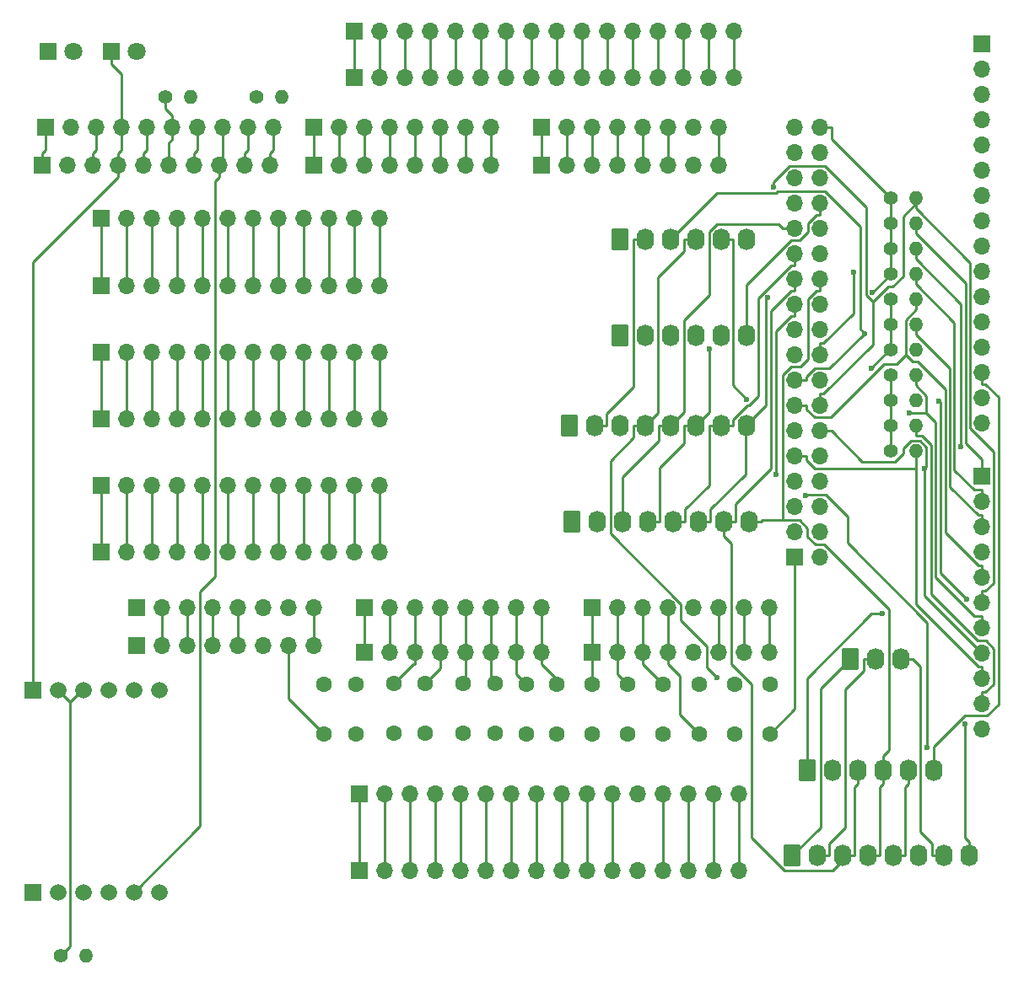
<source format=gbr>
%TF.GenerationSoftware,KiCad,Pcbnew,7.0.9*%
%TF.CreationDate,2023-12-17T07:56:42+10:00*%
%TF.ProjectId,Forward Console Input,466f7277-6172-4642-9043-6f6e736f6c65,rev?*%
%TF.SameCoordinates,Original*%
%TF.FileFunction,Copper,L2,Bot*%
%TF.FilePolarity,Positive*%
%FSLAX46Y46*%
G04 Gerber Fmt 4.6, Leading zero omitted, Abs format (unit mm)*
G04 Created by KiCad (PCBNEW 7.0.9) date 2023-12-17 07:56:42*
%MOMM*%
%LPD*%
G01*
G04 APERTURE LIST*
G04 Aperture macros list*
%AMRoundRect*
0 Rectangle with rounded corners*
0 $1 Rounding radius*
0 $2 $3 $4 $5 $6 $7 $8 $9 X,Y pos of 4 corners*
0 Add a 4 corners polygon primitive as box body*
4,1,4,$2,$3,$4,$5,$6,$7,$8,$9,$2,$3,0*
0 Add four circle primitives for the rounded corners*
1,1,$1+$1,$2,$3*
1,1,$1+$1,$4,$5*
1,1,$1+$1,$6,$7*
1,1,$1+$1,$8,$9*
0 Add four rect primitives between the rounded corners*
20,1,$1+$1,$2,$3,$4,$5,0*
20,1,$1+$1,$4,$5,$6,$7,0*
20,1,$1+$1,$6,$7,$8,$9,0*
20,1,$1+$1,$8,$9,$2,$3,0*%
G04 Aperture macros list end*
%TA.AperFunction,ComponentPad*%
%ADD10RoundRect,0.250000X-0.620000X-0.845000X0.620000X-0.845000X0.620000X0.845000X-0.620000X0.845000X0*%
%TD*%
%TA.AperFunction,ComponentPad*%
%ADD11O,1.740000X2.190000*%
%TD*%
%TA.AperFunction,ComponentPad*%
%ADD12R,1.700000X1.700000*%
%TD*%
%TA.AperFunction,ComponentPad*%
%ADD13O,1.700000X1.700000*%
%TD*%
%TA.AperFunction,ComponentPad*%
%ADD14C,1.400000*%
%TD*%
%TA.AperFunction,ComponentPad*%
%ADD15O,1.400000X1.400000*%
%TD*%
%TA.AperFunction,ComponentPad*%
%ADD16C,1.600000*%
%TD*%
%TA.AperFunction,ComponentPad*%
%ADD17R,1.800000X1.800000*%
%TD*%
%TA.AperFunction,ComponentPad*%
%ADD18C,1.800000*%
%TD*%
%TA.AperFunction,ComponentPad*%
%ADD19R,1.665000X1.665000*%
%TD*%
%TA.AperFunction,ComponentPad*%
%ADD20C,1.665000*%
%TD*%
%TA.AperFunction,ViaPad*%
%ADD21C,0.600000*%
%TD*%
%TA.AperFunction,Conductor*%
%ADD22C,0.250000*%
%TD*%
G04 APERTURE END LIST*
D10*
%TO.P,J7,1,Pin_1*%
%TO.N,/38*%
X193726000Y-122352000D03*
D11*
%TO.P,J7,2,Pin_2*%
%TO.N,/39*%
X196266000Y-122352000D03*
%TO.P,J7,3,Pin_3*%
%TO.N,/32*%
X198806000Y-122352000D03*
%TO.P,J7,4,Pin_4*%
%TO.N,/33*%
X201346000Y-122352000D03*
%TO.P,J7,5,Pin_5*%
%TO.N,/34*%
X203886000Y-122352000D03*
%TO.P,J7,6,Pin_6*%
%TO.N,/35*%
X206426000Y-122352000D03*
%TO.P,J7,7,Pin_7*%
%TO.N,/36*%
X208966000Y-122352000D03*
%TO.P,J7,8,Pin_8*%
%TO.N,/37*%
X211506000Y-122352000D03*
%TD*%
D12*
%TO.P,J29,1,Pin_1*%
%TO.N,GND*%
X193980000Y-92380000D03*
D13*
%TO.P,J29,2,Pin_2*%
X196520000Y-92380000D03*
%TO.P,J29,3,Pin_3*%
%TO.N,SCLK*%
X193980000Y-89840000D03*
%TO.P,J29,4,Pin_4*%
%TO.N,ES1_RST*%
X196520000Y-89840000D03*
%TO.P,J29,5,Pin_5*%
%TO.N,MISO*%
X193980000Y-87300000D03*
%TO.P,J29,6,Pin_6*%
%TO.N,MOSI*%
X196520000Y-87300000D03*
%TO.P,J29,7,Pin_7*%
%TO.N,/48*%
X193980000Y-84760000D03*
%TO.P,J29,8,Pin_8*%
%TO.N,/49*%
X196520000Y-84760000D03*
%TO.P,J29,9,Pin_9*%
%TO.N,/\u002A46*%
X193980000Y-82220000D03*
%TO.P,J29,10,Pin_10*%
%TO.N,/47*%
X196520000Y-82220000D03*
%TO.P,J29,11,Pin_11*%
%TO.N,/\u002A44*%
X193980000Y-79680000D03*
%TO.P,J29,12,Pin_12*%
%TO.N,/\u002A45*%
X196520000Y-79680000D03*
%TO.P,J29,13,Pin_13*%
%TO.N,/42*%
X193980000Y-77140000D03*
%TO.P,J29,14,Pin_14*%
%TO.N,/43*%
X196520000Y-77140000D03*
%TO.P,J29,15,Pin_15*%
%TO.N,/40*%
X193980000Y-74600000D03*
%TO.P,J29,16,Pin_16*%
%TO.N,/41*%
X196520000Y-74600000D03*
%TO.P,J29,17,Pin_17*%
%TO.N,/38*%
X193980000Y-72060000D03*
%TO.P,J29,18,Pin_18*%
%TO.N,/39*%
X196520000Y-72060000D03*
%TO.P,J29,19,Pin_19*%
%TO.N,/36*%
X193980000Y-69520000D03*
%TO.P,J29,20,Pin_20*%
%TO.N,/37*%
X196520000Y-69520000D03*
%TO.P,J29,21,Pin_21*%
%TO.N,/34*%
X193980000Y-66980000D03*
%TO.P,J29,22,Pin_22*%
%TO.N,/35*%
X196520000Y-66980000D03*
%TO.P,J29,23,Pin_23*%
%TO.N,/32*%
X193980000Y-64440000D03*
%TO.P,J29,24,Pin_24*%
%TO.N,/33*%
X196520000Y-64440000D03*
%TO.P,J29,25,Pin_25*%
%TO.N,/30*%
X193980000Y-61900000D03*
%TO.P,J29,26,Pin_26*%
%TO.N,/31*%
X196520000Y-61900000D03*
%TO.P,J29,27,Pin_27*%
%TO.N,/28*%
X193980000Y-59360000D03*
%TO.P,J29,28,Pin_28*%
%TO.N,/29*%
X196520000Y-59360000D03*
%TO.P,J29,29,Pin_29*%
%TO.N,/26*%
X193980000Y-56820000D03*
%TO.P,J29,30,Pin_30*%
%TO.N,/27*%
X196520000Y-56820000D03*
%TO.P,J29,31,Pin_31*%
%TO.N,/24*%
X193980000Y-54280000D03*
%TO.P,J29,32,Pin_32*%
%TO.N,/25*%
X196520000Y-54280000D03*
%TO.P,J29,33,Pin_33*%
%TO.N,/22*%
X193980000Y-51740000D03*
%TO.P,J29,34,Pin_34*%
%TO.N,/23*%
X196520000Y-51740000D03*
%TO.P,J29,35,Pin_35*%
%TO.N,+5V*%
X193980000Y-49200000D03*
%TO.P,J29,36,Pin_36*%
X196520000Y-49200000D03*
%TD*%
D12*
%TO.P,J26,1,Pin_1*%
%TO.N,unconnected-(J26-Pin_1-Pad1)*%
X127940000Y-97460000D03*
D13*
%TO.P,J26,2,Pin_2*%
%TO.N,/IOREF*%
X130480000Y-97460000D03*
%TO.P,J26,3,Pin_3*%
%TO.N,/~{RESET}*%
X133020000Y-97460000D03*
%TO.P,J26,4,Pin_4*%
%TO.N,+3V3*%
X135560000Y-97460000D03*
%TO.P,J26,5,Pin_5*%
%TO.N,+5V*%
X138100000Y-97460000D03*
%TO.P,J26,6,Pin_6*%
%TO.N,GND*%
X140640000Y-97460000D03*
%TO.P,J26,7,Pin_7*%
X143180000Y-97460000D03*
%TO.P,J26,8,Pin_8*%
%TO.N,VCC*%
X145720000Y-97460000D03*
%TD*%
D12*
%TO.P,J27,1,Pin_1*%
%TO.N,/A0*%
X150800000Y-97460000D03*
D13*
%TO.P,J27,2,Pin_2*%
%TO.N,/A1*%
X153340000Y-97460000D03*
%TO.P,J27,3,Pin_3*%
%TO.N,/A2*%
X155880000Y-97460000D03*
%TO.P,J27,4,Pin_4*%
%TO.N,/A3*%
X158420000Y-97460000D03*
%TO.P,J27,5,Pin_5*%
%TO.N,/A4*%
X160960000Y-97460000D03*
%TO.P,J27,6,Pin_6*%
%TO.N,/A5*%
X163500000Y-97460000D03*
%TO.P,J27,7,Pin_7*%
%TO.N,/A6*%
X166040000Y-97460000D03*
%TO.P,J27,8,Pin_8*%
%TO.N,/A7*%
X168580000Y-97460000D03*
%TD*%
D12*
%TO.P,J28,1,Pin_1*%
%TO.N,/A8*%
X173660000Y-97460000D03*
D13*
%TO.P,J28,2,Pin_2*%
%TO.N,/A9*%
X176200000Y-97460000D03*
%TO.P,J28,3,Pin_3*%
%TO.N,/A10*%
X178740000Y-97460000D03*
%TO.P,J28,4,Pin_4*%
%TO.N,/A11*%
X181280000Y-97460000D03*
%TO.P,J28,5,Pin_5*%
%TO.N,/A12*%
X183820000Y-97460000D03*
%TO.P,J28,6,Pin_6*%
%TO.N,/A13*%
X186360000Y-97460000D03*
%TO.P,J28,7,Pin_7*%
%TO.N,/A14*%
X188900000Y-97460000D03*
%TO.P,J28,8,Pin_8*%
%TO.N,/A15*%
X191440000Y-97460000D03*
%TD*%
D12*
%TO.P,J30,1,Pin_1*%
%TO.N,/SCL{slash}21*%
X118796000Y-49200000D03*
D13*
%TO.P,J30,2,Pin_2*%
%TO.N,/SDA{slash}20*%
X121336000Y-49200000D03*
%TO.P,J30,3,Pin_3*%
%TO.N,/AREF*%
X123876000Y-49200000D03*
%TO.P,J30,4,Pin_4*%
%TO.N,GND*%
X126416000Y-49200000D03*
%TO.P,J30,5,Pin_5*%
%TO.N,/\u002A13*%
X128956000Y-49200000D03*
%TO.P,J30,6,Pin_6*%
%TO.N,/\u002A12*%
X131496000Y-49200000D03*
%TO.P,J30,7,Pin_7*%
%TO.N,/\u002A11*%
X134036000Y-49200000D03*
%TO.P,J30,8,Pin_8*%
%TO.N,SS*%
X136576000Y-49200000D03*
%TO.P,J30,9,Pin_9*%
%TO.N,/\u002A9*%
X139116000Y-49200000D03*
%TO.P,J30,10,Pin_10*%
%TO.N,/\u002A8*%
X141656000Y-49200000D03*
%TD*%
D12*
%TO.P,J31,1,Pin_1*%
%TO.N,/\u002A7*%
X145720000Y-49200000D03*
D13*
%TO.P,J31,2,Pin_2*%
%TO.N,/\u002A6*%
X148260000Y-49200000D03*
%TO.P,J31,3,Pin_3*%
%TO.N,/\u002A5*%
X150800000Y-49200000D03*
%TO.P,J31,4,Pin_4*%
%TO.N,/\u002A4*%
X153340000Y-49200000D03*
%TO.P,J31,5,Pin_5*%
%TO.N,/\u002A3*%
X155880000Y-49200000D03*
%TO.P,J31,6,Pin_6*%
%TO.N,/\u002A2*%
X158420000Y-49200000D03*
%TO.P,J31,7,Pin_7*%
%TO.N,/TX0{slash}1*%
X160960000Y-49200000D03*
%TO.P,J31,8,Pin_8*%
%TO.N,/RX0{slash}0*%
X163500000Y-49200000D03*
%TD*%
D12*
%TO.P,J32,1,Pin_1*%
%TO.N,/TX3{slash}14*%
X168580000Y-49200000D03*
D13*
%TO.P,J32,2,Pin_2*%
%TO.N,/RX3{slash}15*%
X171120000Y-49200000D03*
%TO.P,J32,3,Pin_3*%
%TO.N,/TX2{slash}16*%
X173660000Y-49200000D03*
%TO.P,J32,4,Pin_4*%
%TO.N,/RX2{slash}17*%
X176200000Y-49200000D03*
%TO.P,J32,5,Pin_5*%
%TO.N,/TX1{slash}18*%
X178740000Y-49200000D03*
%TO.P,J32,6,Pin_6*%
%TO.N,/RX1{slash}19*%
X181280000Y-49200000D03*
%TO.P,J32,7,Pin_7*%
%TO.N,/SDA{slash}20*%
X183820000Y-49200000D03*
%TO.P,J32,8,Pin_8*%
%TO.N,/SCL{slash}21*%
X186360000Y-49200000D03*
%TD*%
D12*
%TO.P,J17,1,Pin_1*%
%TO.N,Net-(J17-Pin_1)*%
X124384000Y-85166400D03*
D13*
%TO.P,J17,2,Pin_2*%
%TO.N,Net-(J17-Pin_2)*%
X126924000Y-85166400D03*
%TO.P,J17,3,Pin_3*%
%TO.N,Net-(J17-Pin_3)*%
X129464000Y-85166400D03*
%TO.P,J17,4,Pin_4*%
%TO.N,Net-(J17-Pin_4)*%
X132004000Y-85166400D03*
%TO.P,J17,5,Pin_5*%
%TO.N,Net-(J17-Pin_5)*%
X134544000Y-85166400D03*
%TO.P,J17,6,Pin_6*%
%TO.N,Net-(J17-Pin_6)*%
X137084000Y-85166400D03*
%TO.P,J17,7,Pin_7*%
%TO.N,Net-(J17-Pin_7)*%
X139624000Y-85166400D03*
%TO.P,J17,8,Pin_8*%
%TO.N,Net-(J17-Pin_8)*%
X142164000Y-85166400D03*
%TO.P,J17,9,Pin_9*%
%TO.N,Net-(J17-Pin_9)*%
X144704000Y-85166400D03*
%TO.P,J17,10,Pin_10*%
%TO.N,Net-(J17-Pin_10)*%
X147244000Y-85166400D03*
%TO.P,J17,11,Pin_11*%
%TO.N,Net-(J17-Pin_11)*%
X149784000Y-85166400D03*
%TO.P,J17,12,Pin_12*%
%TO.N,Net-(J17-Pin_12)*%
X152324000Y-85166400D03*
%TD*%
D14*
%TO.P,R5,1*%
%TO.N,+5V*%
X203632000Y-69012000D03*
D15*
%TO.P,R5,2*%
%TO.N,/40*%
X206172000Y-69012000D03*
%TD*%
D14*
%TO.P,R2,1*%
%TO.N,/\u002A12*%
X130784000Y-46152000D03*
D15*
%TO.P,R2,2*%
%TO.N,Net-(D2-A)*%
X133324000Y-46152000D03*
%TD*%
D10*
%TO.P,J8,1,Pin_1*%
%TO.N,/38*%
X171374000Y-79172000D03*
D11*
%TO.P,J8,2,Pin_2*%
%TO.N,/39*%
X173914000Y-79172000D03*
%TO.P,J8,3,Pin_3*%
%TO.N,/40*%
X176454000Y-79172000D03*
%TO.P,J8,4,Pin_4*%
%TO.N,/41*%
X178994000Y-79172000D03*
%TO.P,J8,5,Pin_5*%
%TO.N,/28*%
X181534000Y-79172000D03*
%TO.P,J8,6,Pin_6*%
%TO.N,/29*%
X184074000Y-79172000D03*
%TO.P,J8,7,Pin_7*%
%TO.N,/30*%
X186614000Y-79172000D03*
%TO.P,J8,8,Pin_8*%
%TO.N,/31*%
X189154000Y-79172000D03*
%TD*%
D16*
%TO.P,C7,1*%
%TO.N,/A11*%
X184368000Y-110120000D03*
%TO.P,C7,2*%
%TO.N,GND*%
X184368000Y-105120000D03*
%TD*%
%TO.P,C14,1*%
%TO.N,/A0*%
X146736000Y-105120000D03*
%TO.P,C14,2*%
%TO.N,GND*%
X146736000Y-110120000D03*
%TD*%
D14*
%TO.P,R7,1*%
%TO.N,+5V*%
X203632000Y-66472000D03*
D15*
%TO.P,R7,2*%
%TO.N,/42*%
X206172000Y-66472000D03*
%TD*%
D12*
%TO.P,J1,1,Pin_1*%
%TO.N,Net-(J1-Pin_1)*%
X150292000Y-123876000D03*
D13*
%TO.P,J1,2,Pin_2*%
%TO.N,Net-(J1-Pin_2)*%
X152832000Y-123876000D03*
%TO.P,J1,3,Pin_3*%
%TO.N,Net-(J1-Pin_3)*%
X155372000Y-123876000D03*
%TO.P,J1,4,Pin_4*%
%TO.N,Net-(J1-Pin_4)*%
X157912000Y-123876000D03*
%TO.P,J1,5,Pin_5*%
%TO.N,Net-(J1-Pin_5)*%
X160452000Y-123876000D03*
%TO.P,J1,6,Pin_6*%
%TO.N,Net-(J1-Pin_6)*%
X162992000Y-123876000D03*
%TO.P,J1,7,Pin_7*%
%TO.N,Net-(J1-Pin_7)*%
X165532000Y-123876000D03*
%TO.P,J1,8,Pin_8*%
%TO.N,Net-(J1-Pin_8)*%
X168072000Y-123876000D03*
%TO.P,J1,9,Pin_9*%
%TO.N,Net-(J1-Pin_9)*%
X170612000Y-123876000D03*
%TO.P,J1,10,Pin_10*%
%TO.N,Net-(J1-Pin_10)*%
X173152000Y-123876000D03*
%TO.P,J1,11,Pin_11*%
%TO.N,Net-(J1-Pin_11)*%
X175692000Y-123876000D03*
%TO.P,J1,12,Pin_12*%
%TO.N,Net-(J1-Pin_12)*%
X178232000Y-123876000D03*
%TO.P,J1,13,Pin_13*%
%TO.N,Net-(J1-Pin_13)*%
X180772000Y-123876000D03*
%TO.P,J1,14,Pin_14*%
%TO.N,Net-(J1-Pin_14)*%
X183312000Y-123876000D03*
%TO.P,J1,15,Pin_15*%
%TO.N,Net-(J1-Pin_15)*%
X185852000Y-123876000D03*
%TO.P,J1,16,Pin_16*%
%TO.N,Net-(J1-Pin_16)*%
X188392000Y-123876000D03*
%TD*%
D14*
%TO.P,R14,1*%
%TO.N,+3V3*%
X120325000Y-132385000D03*
D15*
%TO.P,R14,2*%
%TO.N,Net-(U1-INT)*%
X122865000Y-132385000D03*
%TD*%
D12*
%TO.P,J24,1,Pin_1*%
%TO.N,Net-(J23-Pin_1)*%
X149784000Y-44198000D03*
D13*
%TO.P,J24,2,Pin_2*%
%TO.N,Net-(J23-Pin_2)*%
X152324000Y-44198000D03*
%TO.P,J24,3,Pin_3*%
%TO.N,Net-(J23-Pin_3)*%
X154864000Y-44198000D03*
%TO.P,J24,4,Pin_4*%
%TO.N,Net-(J23-Pin_4)*%
X157404000Y-44198000D03*
%TO.P,J24,5,Pin_5*%
%TO.N,Net-(J23-Pin_5)*%
X159944000Y-44198000D03*
%TO.P,J24,6,Pin_6*%
%TO.N,Net-(J23-Pin_6)*%
X162484000Y-44198000D03*
%TO.P,J24,7,Pin_7*%
%TO.N,Net-(J23-Pin_7)*%
X165024000Y-44198000D03*
%TO.P,J24,8,Pin_8*%
%TO.N,Net-(J23-Pin_8)*%
X167564000Y-44198000D03*
%TO.P,J24,9,Pin_9*%
%TO.N,Net-(J23-Pin_9)*%
X170104000Y-44198000D03*
%TO.P,J24,10,Pin_10*%
%TO.N,Net-(J23-Pin_10)*%
X172644000Y-44198000D03*
%TO.P,J24,11,Pin_11*%
%TO.N,Net-(J23-Pin_11)*%
X175184000Y-44198000D03*
%TO.P,J24,12,Pin_12*%
%TO.N,Net-(J23-Pin_12)*%
X177724000Y-44198000D03*
%TO.P,J24,13,Pin_13*%
%TO.N,Net-(J23-Pin_13)*%
X180264000Y-44198000D03*
%TO.P,J24,14,Pin_14*%
%TO.N,Net-(J23-Pin_14)*%
X182804000Y-44198000D03*
%TO.P,J24,15,Pin_15*%
%TO.N,Net-(J23-Pin_15)*%
X185344000Y-44198000D03*
%TO.P,J24,16,Pin_16*%
%TO.N,Net-(J23-Pin_16)*%
X187884000Y-44198000D03*
%TD*%
D16*
%TO.P,C3,1*%
%TO.N,/A13*%
X191480000Y-105120000D03*
%TO.P,C3,2*%
%TO.N,GND*%
X191480000Y-110120000D03*
%TD*%
D12*
%TO.P,J12,1,Pin_1*%
%TO.N,Net-(J12-Pin_1)*%
X124384000Y-78460800D03*
D13*
%TO.P,J12,2,Pin_2*%
%TO.N,Net-(J12-Pin_2)*%
X126924000Y-78460800D03*
%TO.P,J12,3,Pin_3*%
%TO.N,Net-(J12-Pin_3)*%
X129464000Y-78460800D03*
%TO.P,J12,4,Pin_4*%
%TO.N,Net-(J12-Pin_4)*%
X132004000Y-78460800D03*
%TO.P,J12,5,Pin_5*%
%TO.N,Net-(J12-Pin_5)*%
X134544000Y-78460800D03*
%TO.P,J12,6,Pin_6*%
%TO.N,Net-(J12-Pin_6)*%
X137084000Y-78460800D03*
%TO.P,J12,7,Pin_7*%
%TO.N,Net-(J12-Pin_7)*%
X139624000Y-78460800D03*
%TO.P,J12,8,Pin_8*%
%TO.N,Net-(J12-Pin_8)*%
X142164000Y-78460800D03*
%TO.P,J12,9,Pin_9*%
%TO.N,Net-(J12-Pin_9)*%
X144704000Y-78460800D03*
%TO.P,J12,10,Pin_10*%
%TO.N,Net-(J12-Pin_10)*%
X147244000Y-78460800D03*
%TO.P,J12,11,Pin_11*%
%TO.N,Net-(J12-Pin_11)*%
X149784000Y-78460800D03*
%TO.P,J12,12,Pin_12*%
%TO.N,Net-(J12-Pin_12)*%
X152324000Y-78460800D03*
%TD*%
D12*
%TO.P,J22,1,Pin_1*%
%TO.N,/A8*%
X173660000Y-101905000D03*
D13*
%TO.P,J22,2,Pin_2*%
%TO.N,/A9*%
X176200000Y-101905000D03*
%TO.P,J22,3,Pin_3*%
%TO.N,/A10*%
X178740000Y-101905000D03*
%TO.P,J22,4,Pin_4*%
%TO.N,/A11*%
X181280000Y-101905000D03*
%TO.P,J22,5,Pin_5*%
%TO.N,/A12*%
X183820000Y-101905000D03*
%TO.P,J22,6,Pin_6*%
%TO.N,/A13*%
X186360000Y-101905000D03*
%TO.P,J22,7,Pin_7*%
%TO.N,/A14*%
X188900000Y-101905000D03*
%TO.P,J22,8,Pin_8*%
%TO.N,/A15*%
X191440000Y-101905000D03*
%TD*%
D12*
%TO.P,J10,1,Pin_1*%
%TO.N,/22*%
X212776000Y-40818000D03*
D13*
%TO.P,J10,2,Pin_2*%
%TO.N,/23*%
X212776000Y-43358000D03*
%TO.P,J10,3,Pin_3*%
%TO.N,/24*%
X212776000Y-45898000D03*
%TO.P,J10,4,Pin_4*%
%TO.N,/25*%
X212776000Y-48438000D03*
%TO.P,J10,5,Pin_5*%
%TO.N,/26*%
X212776000Y-50978000D03*
%TO.P,J10,6,Pin_6*%
%TO.N,/27*%
X212776000Y-53518000D03*
%TO.P,J10,7,Pin_7*%
%TO.N,/28*%
X212776000Y-56058000D03*
%TO.P,J10,8,Pin_8*%
%TO.N,/29*%
X212776000Y-58598000D03*
%TO.P,J10,9,Pin_9*%
%TO.N,/30*%
X212776000Y-61138000D03*
%TO.P,J10,10,Pin_10*%
%TO.N,/31*%
X212776000Y-63678000D03*
%TO.P,J10,11,Pin_11*%
%TO.N,/32*%
X212776000Y-66218000D03*
%TO.P,J10,12,Pin_12*%
%TO.N,/33*%
X212776000Y-68758000D03*
%TO.P,J10,13,Pin_13*%
%TO.N,/34*%
X212776000Y-71298000D03*
%TO.P,J10,14,Pin_14*%
%TO.N,/35*%
X212776000Y-73838000D03*
%TO.P,J10,15,Pin_15*%
%TO.N,/36*%
X212776000Y-76378000D03*
%TO.P,J10,16,Pin_16*%
%TO.N,/37*%
X212776000Y-78918000D03*
%TD*%
D12*
%TO.P,J18,1,Pin_1*%
%TO.N,Net-(J17-Pin_1)*%
X124384000Y-91872000D03*
D13*
%TO.P,J18,2,Pin_2*%
%TO.N,Net-(J17-Pin_2)*%
X126924000Y-91872000D03*
%TO.P,J18,3,Pin_3*%
%TO.N,Net-(J17-Pin_3)*%
X129464000Y-91872000D03*
%TO.P,J18,4,Pin_4*%
%TO.N,Net-(J17-Pin_4)*%
X132004000Y-91872000D03*
%TO.P,J18,5,Pin_5*%
%TO.N,Net-(J17-Pin_5)*%
X134544000Y-91872000D03*
%TO.P,J18,6,Pin_6*%
%TO.N,Net-(J17-Pin_6)*%
X137084000Y-91872000D03*
%TO.P,J18,7,Pin_7*%
%TO.N,Net-(J17-Pin_7)*%
X139624000Y-91872000D03*
%TO.P,J18,8,Pin_8*%
%TO.N,Net-(J17-Pin_8)*%
X142164000Y-91872000D03*
%TO.P,J18,9,Pin_9*%
%TO.N,Net-(J17-Pin_9)*%
X144704000Y-91872000D03*
%TO.P,J18,10,Pin_10*%
%TO.N,Net-(J17-Pin_10)*%
X147244000Y-91872000D03*
%TO.P,J18,11,Pin_11*%
%TO.N,Net-(J17-Pin_11)*%
X149784000Y-91872000D03*
%TO.P,J18,12,Pin_12*%
%TO.N,Net-(J17-Pin_12)*%
X152324000Y-91872000D03*
%TD*%
D10*
%TO.P,J9,1,Pin_1*%
%TO.N,/42*%
X171628000Y-88824000D03*
D11*
%TO.P,J9,2,Pin_2*%
%TO.N,/43*%
X174168000Y-88824000D03*
%TO.P,J9,3,Pin_3*%
%TO.N,/28*%
X176708000Y-88824000D03*
%TO.P,J9,4,Pin_4*%
%TO.N,/29*%
X179248000Y-88824000D03*
%TO.P,J9,5,Pin_5*%
%TO.N,/30*%
X181788000Y-88824000D03*
%TO.P,J9,6,Pin_6*%
%TO.N,/31*%
X184328000Y-88824000D03*
%TO.P,J9,7,Pin_7*%
%TO.N,/32*%
X186868000Y-88824000D03*
%TO.P,J9,8,Pin_8*%
%TO.N,/33*%
X189408000Y-88824000D03*
%TD*%
D16*
%TO.P,C11,1*%
%TO.N,/A9*%
X177216000Y-105120000D03*
%TO.P,C11,2*%
%TO.N,GND*%
X177216000Y-110120000D03*
%TD*%
%TO.P,C6,1*%
%TO.N,/A4*%
X160706000Y-105080000D03*
%TO.P,C6,2*%
%TO.N,GND*%
X160706000Y-110080000D03*
%TD*%
D12*
%TO.P,J13,1,Pin_1*%
%TO.N,Net-(J12-Pin_1)*%
X124384000Y-71755200D03*
D13*
%TO.P,J13,2,Pin_2*%
%TO.N,Net-(J12-Pin_2)*%
X126924000Y-71755200D03*
%TO.P,J13,3,Pin_3*%
%TO.N,Net-(J12-Pin_3)*%
X129464000Y-71755200D03*
%TO.P,J13,4,Pin_4*%
%TO.N,Net-(J12-Pin_4)*%
X132004000Y-71755200D03*
%TO.P,J13,5,Pin_5*%
%TO.N,Net-(J12-Pin_5)*%
X134544000Y-71755200D03*
%TO.P,J13,6,Pin_6*%
%TO.N,Net-(J12-Pin_6)*%
X137084000Y-71755200D03*
%TO.P,J13,7,Pin_7*%
%TO.N,Net-(J12-Pin_7)*%
X139624000Y-71755200D03*
%TO.P,J13,8,Pin_8*%
%TO.N,Net-(J12-Pin_8)*%
X142164000Y-71755200D03*
%TO.P,J13,9,Pin_9*%
%TO.N,Net-(J12-Pin_9)*%
X144704000Y-71755200D03*
%TO.P,J13,10,Pin_10*%
%TO.N,Net-(J12-Pin_10)*%
X147244000Y-71755200D03*
%TO.P,J13,11,Pin_11*%
%TO.N,Net-(J12-Pin_11)*%
X149784000Y-71755200D03*
%TO.P,J13,12,Pin_12*%
%TO.N,Net-(J12-Pin_12)*%
X152324000Y-71755200D03*
%TD*%
D16*
%TO.P,C8,1*%
%TO.N,/A3*%
X156896000Y-105080000D03*
%TO.P,C8,2*%
%TO.N,GND*%
X156896000Y-110080000D03*
%TD*%
D14*
%TO.P,R10,1*%
%TO.N,+5V*%
X203582000Y-61392000D03*
D15*
%TO.P,R10,2*%
%TO.N,/\u002A45*%
X206122000Y-61392000D03*
%TD*%
D16*
%TO.P,C2,1*%
%TO.N,/A6*%
X167056000Y-105120000D03*
%TO.P,C2,2*%
%TO.N,GND*%
X167056000Y-110120000D03*
%TD*%
D10*
%TO.P,J6,1,Pin_1*%
%TO.N,/38*%
X199568000Y-102560000D03*
D11*
%TO.P,J6,2,Pin_2*%
%TO.N,/39*%
X202108000Y-102560000D03*
%TO.P,J6,3,Pin_3*%
%TO.N,/36*%
X204648000Y-102560000D03*
%TD*%
D12*
%TO.P,J25,1,Pin_1*%
%TO.N,unconnected-(J25-Pin_1-Pad1)*%
X127940000Y-101270000D03*
D13*
%TO.P,J25,2,Pin_2*%
%TO.N,/IOREF*%
X130480000Y-101270000D03*
%TO.P,J25,3,Pin_3*%
%TO.N,/~{RESET}*%
X133020000Y-101270000D03*
%TO.P,J25,4,Pin_4*%
%TO.N,+3V3*%
X135560000Y-101270000D03*
%TO.P,J25,5,Pin_5*%
%TO.N,+5V*%
X138100000Y-101270000D03*
%TO.P,J25,6,Pin_6*%
%TO.N,GND*%
X140640000Y-101270000D03*
%TO.P,J25,7,Pin_7*%
X143180000Y-101270000D03*
%TO.P,J25,8,Pin_8*%
%TO.N,VCC*%
X145720000Y-101270000D03*
%TD*%
D16*
%TO.P,C1,1*%
%TO.N,/A7*%
X170104000Y-105120000D03*
%TO.P,C1,2*%
%TO.N,GND*%
X170104000Y-110120000D03*
%TD*%
D14*
%TO.P,R8,1*%
%TO.N,+5V*%
X203632000Y-56312000D03*
D15*
%TO.P,R8,2*%
%TO.N,/43*%
X206172000Y-56312000D03*
%TD*%
D14*
%TO.P,R11,1*%
%TO.N,+5V*%
X203582000Y-81712000D03*
D15*
%TO.P,R11,2*%
%TO.N,/\u002A46*%
X206122000Y-81712000D03*
%TD*%
D16*
%TO.P,C5,1*%
%TO.N,/A12*%
X187924000Y-105120000D03*
%TO.P,C5,2*%
%TO.N,GND*%
X187924000Y-110120000D03*
%TD*%
%TO.P,C9,1*%
%TO.N,/A10*%
X180772000Y-105120000D03*
%TO.P,C9,2*%
%TO.N,GND*%
X180772000Y-110120000D03*
%TD*%
D10*
%TO.P,J4,1,Pin_1*%
%TO.N,/22*%
X176454000Y-70048000D03*
D11*
%TO.P,J4,2,Pin_2*%
%TO.N,/23*%
X178994000Y-70048000D03*
%TO.P,J4,3,Pin_3*%
%TO.N,/24*%
X181534000Y-70048000D03*
%TO.P,J4,4,Pin_4*%
%TO.N,/25*%
X184074000Y-70048000D03*
%TO.P,J4,5,Pin_5*%
%TO.N,/26*%
X186614000Y-70048000D03*
%TO.P,J4,6,Pin_6*%
%TO.N,/27*%
X189154000Y-70048000D03*
%TD*%
D16*
%TO.P,C12,1*%
%TO.N,/A1*%
X149911000Y-105120000D03*
%TO.P,C12,2*%
%TO.N,GND*%
X149911000Y-110120000D03*
%TD*%
D14*
%TO.P,R3,1*%
%TO.N,+5V*%
X203632000Y-58852000D03*
D15*
%TO.P,R3,2*%
%TO.N,/38*%
X206172000Y-58852000D03*
%TD*%
D12*
%TO.P,J16,1,Pin_1*%
%TO.N,/TX3{slash}14*%
X168580000Y-53010000D03*
D13*
%TO.P,J16,2,Pin_2*%
%TO.N,/RX3{slash}15*%
X171120000Y-53010000D03*
%TO.P,J16,3,Pin_3*%
%TO.N,/TX2{slash}16*%
X173660000Y-53010000D03*
%TO.P,J16,4,Pin_4*%
%TO.N,/RX2{slash}17*%
X176200000Y-53010000D03*
%TO.P,J16,5,Pin_5*%
%TO.N,/TX1{slash}18*%
X178740000Y-53010000D03*
%TO.P,J16,6,Pin_6*%
%TO.N,/RX1{slash}19*%
X181280000Y-53010000D03*
%TO.P,J16,7,Pin_7*%
%TO.N,/SDA{slash}20*%
X183820000Y-53010000D03*
%TO.P,J16,8,Pin_8*%
%TO.N,/SCL{slash}21*%
X186360000Y-53010000D03*
%TD*%
D16*
%TO.P,C4,1*%
%TO.N,/A5*%
X163881000Y-105080000D03*
%TO.P,C4,2*%
%TO.N,GND*%
X163881000Y-110080000D03*
%TD*%
D10*
%TO.P,J2,1,Pin_1*%
%TO.N,/40*%
X195250000Y-113736000D03*
D11*
%TO.P,J2,2,Pin_2*%
%TO.N,/41*%
X197790000Y-113736000D03*
%TO.P,J2,3,Pin_3*%
%TO.N,/32*%
X200330000Y-113736000D03*
%TO.P,J2,4,Pin_4*%
%TO.N,/33*%
X202870000Y-113736000D03*
%TO.P,J2,5,Pin_5*%
%TO.N,/34*%
X205410000Y-113736000D03*
%TO.P,J2,6,Pin_6*%
%TO.N,/35*%
X207950000Y-113736000D03*
%TD*%
D14*
%TO.P,R4,1*%
%TO.N,+5V*%
X203582000Y-63932000D03*
D15*
%TO.P,R4,2*%
%TO.N,/39*%
X206122000Y-63932000D03*
%TD*%
D12*
%TO.P,J15,1,Pin_1*%
%TO.N,/\u002A7*%
X145720000Y-53010000D03*
D13*
%TO.P,J15,2,Pin_2*%
%TO.N,/\u002A6*%
X148260000Y-53010000D03*
%TO.P,J15,3,Pin_3*%
%TO.N,/\u002A5*%
X150800000Y-53010000D03*
%TO.P,J15,4,Pin_4*%
%TO.N,/\u002A4*%
X153340000Y-53010000D03*
%TO.P,J15,5,Pin_5*%
%TO.N,/\u002A3*%
X155880000Y-53010000D03*
%TO.P,J15,6,Pin_6*%
%TO.N,/\u002A2*%
X158420000Y-53010000D03*
%TO.P,J15,7,Pin_7*%
%TO.N,/TX0{slash}1*%
X160960000Y-53010000D03*
%TO.P,J15,8,Pin_8*%
%TO.N,/RX0{slash}0*%
X163500000Y-53010000D03*
%TD*%
D12*
%TO.P,J21,1,Pin_1*%
%TO.N,/A0*%
X150800000Y-101905000D03*
D13*
%TO.P,J21,2,Pin_2*%
%TO.N,/A1*%
X153340000Y-101905000D03*
%TO.P,J21,3,Pin_3*%
%TO.N,/A2*%
X155880000Y-101905000D03*
%TO.P,J21,4,Pin_4*%
%TO.N,/A3*%
X158420000Y-101905000D03*
%TO.P,J21,5,Pin_5*%
%TO.N,/A4*%
X160960000Y-101905000D03*
%TO.P,J21,6,Pin_6*%
%TO.N,/A5*%
X163500000Y-101905000D03*
%TO.P,J21,7,Pin_7*%
%TO.N,/A6*%
X166040000Y-101905000D03*
%TO.P,J21,8,Pin_8*%
%TO.N,/A7*%
X168580000Y-101905000D03*
%TD*%
D10*
%TO.P,J3,1,Pin_1*%
%TO.N,/38*%
X176454000Y-60396000D03*
D11*
%TO.P,J3,2,Pin_2*%
%TO.N,/39*%
X178994000Y-60396000D03*
%TO.P,J3,3,Pin_3*%
%TO.N,/40*%
X181534000Y-60396000D03*
%TO.P,J3,4,Pin_4*%
%TO.N,/41*%
X184074000Y-60396000D03*
%TO.P,J3,5,Pin_5*%
%TO.N,/42*%
X186614000Y-60396000D03*
%TO.P,J3,6,Pin_6*%
%TO.N,/43*%
X189154000Y-60396000D03*
%TD*%
D16*
%TO.P,C13,1*%
%TO.N,/A8*%
X173660000Y-105120000D03*
%TO.P,C13,2*%
%TO.N,GND*%
X173660000Y-110120000D03*
%TD*%
D14*
%TO.P,R9,1*%
%TO.N,+5V*%
X203632000Y-74092000D03*
D15*
%TO.P,R9,2*%
%TO.N,/\u002A44*%
X206172000Y-74092000D03*
%TD*%
D14*
%TO.P,R6,1*%
%TO.N,+5V*%
X203632000Y-71552000D03*
D15*
%TO.P,R6,2*%
%TO.N,/41*%
X206172000Y-71552000D03*
%TD*%
D17*
%TO.P,D1,1,K*%
%TO.N,GND*%
X125395000Y-41580000D03*
D18*
%TO.P,D1,2,A*%
%TO.N,Net-(D1-A)*%
X127935000Y-41580000D03*
%TD*%
D12*
%TO.P,J19,1,Pin_1*%
%TO.N,Net-(J19-Pin_1)*%
X124384000Y-58344000D03*
D13*
%TO.P,J19,2,Pin_2*%
%TO.N,Net-(J19-Pin_2)*%
X126924000Y-58344000D03*
%TO.P,J19,3,Pin_3*%
%TO.N,Net-(J19-Pin_3)*%
X129464000Y-58344000D03*
%TO.P,J19,4,Pin_4*%
%TO.N,Net-(J19-Pin_4)*%
X132004000Y-58344000D03*
%TO.P,J19,5,Pin_5*%
%TO.N,Net-(J19-Pin_5)*%
X134544000Y-58344000D03*
%TO.P,J19,6,Pin_6*%
%TO.N,Net-(J19-Pin_6)*%
X137084000Y-58344000D03*
%TO.P,J19,7,Pin_7*%
%TO.N,Net-(J19-Pin_7)*%
X139624000Y-58344000D03*
%TO.P,J19,8,Pin_8*%
%TO.N,Net-(J19-Pin_8)*%
X142164000Y-58344000D03*
%TO.P,J19,9,Pin_9*%
%TO.N,Net-(J19-Pin_9)*%
X144704000Y-58344000D03*
%TO.P,J19,10,Pin_10*%
%TO.N,Net-(J19-Pin_10)*%
X147244000Y-58344000D03*
%TO.P,J19,11,Pin_11*%
%TO.N,Net-(J19-Pin_11)*%
X149784000Y-58344000D03*
%TO.P,J19,12,Pin_12*%
%TO.N,Net-(J19-Pin_12)*%
X152324000Y-58344000D03*
%TD*%
D14*
%TO.P,R12,1*%
%TO.N,+5V*%
X203632000Y-79172000D03*
D15*
%TO.P,R12,2*%
%TO.N,/47*%
X206172000Y-79172000D03*
%TD*%
D14*
%TO.P,R1,1*%
%TO.N,/\u002A13*%
X139928000Y-46152000D03*
D15*
%TO.P,R1,2*%
%TO.N,Net-(D1-A)*%
X142468000Y-46152000D03*
%TD*%
D12*
%TO.P,J11,1,Pin_1*%
%TO.N,/38*%
X212776000Y-84252000D03*
D13*
%TO.P,J11,2,Pin_2*%
%TO.N,/39*%
X212776000Y-86792000D03*
%TO.P,J11,3,Pin_3*%
%TO.N,/40*%
X212776000Y-89332000D03*
%TO.P,J11,4,Pin_4*%
%TO.N,/41*%
X212776000Y-91872000D03*
%TO.P,J11,5,Pin_5*%
%TO.N,/42*%
X212776000Y-94412000D03*
%TO.P,J11,6,Pin_6*%
%TO.N,/43*%
X212776000Y-96952000D03*
%TO.P,J11,7,Pin_7*%
%TO.N,/\u002A44*%
X212776000Y-99492000D03*
%TO.P,J11,8,Pin_8*%
%TO.N,/\u002A45*%
X212776000Y-102032000D03*
%TO.P,J11,9,Pin_9*%
%TO.N,/\u002A46*%
X212776000Y-104572000D03*
%TO.P,J11,10,Pin_10*%
%TO.N,/47*%
X212776000Y-107112000D03*
%TO.P,J11,11,Pin_11*%
%TO.N,/48*%
X212776000Y-109652000D03*
%TD*%
D12*
%TO.P,J20,1,Pin_1*%
%TO.N,Net-(J19-Pin_1)*%
X124384000Y-65049600D03*
D13*
%TO.P,J20,2,Pin_2*%
%TO.N,Net-(J19-Pin_2)*%
X126924000Y-65049600D03*
%TO.P,J20,3,Pin_3*%
%TO.N,Net-(J19-Pin_3)*%
X129464000Y-65049600D03*
%TO.P,J20,4,Pin_4*%
%TO.N,Net-(J19-Pin_4)*%
X132004000Y-65049600D03*
%TO.P,J20,5,Pin_5*%
%TO.N,Net-(J19-Pin_5)*%
X134544000Y-65049600D03*
%TO.P,J20,6,Pin_6*%
%TO.N,Net-(J19-Pin_6)*%
X137084000Y-65049600D03*
%TO.P,J20,7,Pin_7*%
%TO.N,Net-(J19-Pin_7)*%
X139624000Y-65049600D03*
%TO.P,J20,8,Pin_8*%
%TO.N,Net-(J19-Pin_8)*%
X142164000Y-65049600D03*
%TO.P,J20,9,Pin_9*%
%TO.N,Net-(J19-Pin_9)*%
X144704000Y-65049600D03*
%TO.P,J20,10,Pin_10*%
%TO.N,Net-(J19-Pin_10)*%
X147244000Y-65049600D03*
%TO.P,J20,11,Pin_11*%
%TO.N,Net-(J19-Pin_11)*%
X149784000Y-65049600D03*
%TO.P,J20,12,Pin_12*%
%TO.N,Net-(J19-Pin_12)*%
X152324000Y-65049600D03*
%TD*%
D12*
%TO.P,J5,1,Pin_1*%
%TO.N,Net-(J1-Pin_1)*%
X150292000Y-116178000D03*
D13*
%TO.P,J5,2,Pin_2*%
%TO.N,Net-(J1-Pin_2)*%
X152832000Y-116178000D03*
%TO.P,J5,3,Pin_3*%
%TO.N,Net-(J1-Pin_3)*%
X155372000Y-116178000D03*
%TO.P,J5,4,Pin_4*%
%TO.N,Net-(J1-Pin_4)*%
X157912000Y-116178000D03*
%TO.P,J5,5,Pin_5*%
%TO.N,Net-(J1-Pin_5)*%
X160452000Y-116178000D03*
%TO.P,J5,6,Pin_6*%
%TO.N,Net-(J1-Pin_6)*%
X162992000Y-116178000D03*
%TO.P,J5,7,Pin_7*%
%TO.N,Net-(J1-Pin_7)*%
X165532000Y-116178000D03*
%TO.P,J5,8,Pin_8*%
%TO.N,Net-(J1-Pin_8)*%
X168072000Y-116178000D03*
%TO.P,J5,9,Pin_9*%
%TO.N,Net-(J1-Pin_9)*%
X170612000Y-116178000D03*
%TO.P,J5,10,Pin_10*%
%TO.N,Net-(J1-Pin_10)*%
X173152000Y-116178000D03*
%TO.P,J5,11,Pin_11*%
%TO.N,Net-(J1-Pin_11)*%
X175692000Y-116178000D03*
%TO.P,J5,12,Pin_12*%
%TO.N,Net-(J1-Pin_12)*%
X178232000Y-116178000D03*
%TO.P,J5,13,Pin_13*%
%TO.N,Net-(J1-Pin_13)*%
X180772000Y-116178000D03*
%TO.P,J5,14,Pin_14*%
%TO.N,Net-(J1-Pin_14)*%
X183312000Y-116178000D03*
%TO.P,J5,15,Pin_15*%
%TO.N,Net-(J1-Pin_15)*%
X185852000Y-116178000D03*
%TO.P,J5,16,Pin_16*%
%TO.N,Net-(J1-Pin_16)*%
X188392000Y-116178000D03*
%TD*%
D19*
%TO.P,U1,A1,GND_1*%
%TO.N,GND*%
X117495000Y-126035000D03*
D20*
%TO.P,U1,A2,GND_2*%
X120035000Y-126035000D03*
%TO.P,U1,A3,MOSI*%
%TO.N,MOSI*%
X122575000Y-126035000D03*
%TO.P,U1,A4,SCLK*%
%TO.N,SCLK*%
X125115000Y-126035000D03*
%TO.P,U1,A5,CS*%
%TO.N,SS*%
X127655000Y-126035000D03*
%TO.P,U1,A6,INT*%
%TO.N,Net-(U1-INT)*%
X130195000Y-126035000D03*
D19*
%TO.P,U1,B1,GND_3*%
%TO.N,GND*%
X117495000Y-105715000D03*
D20*
%TO.P,U1,B2,3V3_1*%
%TO.N,+3V3*%
X120035000Y-105715000D03*
%TO.P,U1,B3,3V3_2*%
X122575000Y-105715000D03*
%TO.P,U1,B4,NC*%
%TO.N,unconnected-(U1-NC-PadB4)*%
X125115000Y-105715000D03*
%TO.P,U1,B5,RST*%
%TO.N,ES1_RST*%
X127655000Y-105715000D03*
%TO.P,U1,B6,MISO*%
%TO.N,MISO*%
X130195000Y-105715000D03*
%TD*%
D12*
%TO.P,J14,1,Pin_1*%
%TO.N,/SCL{slash}21*%
X118415000Y-53010000D03*
D13*
%TO.P,J14,2,Pin_2*%
%TO.N,/SDA{slash}20*%
X120955000Y-53010000D03*
%TO.P,J14,3,Pin_3*%
%TO.N,/AREF*%
X123495000Y-53010000D03*
%TO.P,J14,4,Pin_4*%
%TO.N,GND*%
X126035000Y-53010000D03*
%TO.P,J14,5,Pin_5*%
%TO.N,/\u002A13*%
X128575000Y-53010000D03*
%TO.P,J14,6,Pin_6*%
%TO.N,/\u002A12*%
X131115000Y-53010000D03*
%TO.P,J14,7,Pin_7*%
%TO.N,/\u002A11*%
X133655000Y-53010000D03*
%TO.P,J14,8,Pin_8*%
%TO.N,SS*%
X136195000Y-53010000D03*
%TO.P,J14,9,Pin_9*%
%TO.N,/\u002A9*%
X138735000Y-53010000D03*
%TO.P,J14,10,Pin_10*%
%TO.N,/\u002A8*%
X141275000Y-53010000D03*
%TD*%
D16*
%TO.P,C10,1*%
%TO.N,/A2*%
X153721000Y-105080000D03*
%TO.P,C10,2*%
%TO.N,GND*%
X153721000Y-110080000D03*
%TD*%
D12*
%TO.P,J23,1,Pin_1*%
%TO.N,Net-(J23-Pin_1)*%
X149784000Y-39548000D03*
D13*
%TO.P,J23,2,Pin_2*%
%TO.N,Net-(J23-Pin_2)*%
X152324000Y-39548000D03*
%TO.P,J23,3,Pin_3*%
%TO.N,Net-(J23-Pin_3)*%
X154864000Y-39548000D03*
%TO.P,J23,4,Pin_4*%
%TO.N,Net-(J23-Pin_4)*%
X157404000Y-39548000D03*
%TO.P,J23,5,Pin_5*%
%TO.N,Net-(J23-Pin_5)*%
X159944000Y-39548000D03*
%TO.P,J23,6,Pin_6*%
%TO.N,Net-(J23-Pin_6)*%
X162484000Y-39548000D03*
%TO.P,J23,7,Pin_7*%
%TO.N,Net-(J23-Pin_7)*%
X165024000Y-39548000D03*
%TO.P,J23,8,Pin_8*%
%TO.N,Net-(J23-Pin_8)*%
X167564000Y-39548000D03*
%TO.P,J23,9,Pin_9*%
%TO.N,Net-(J23-Pin_9)*%
X170104000Y-39548000D03*
%TO.P,J23,10,Pin_10*%
%TO.N,Net-(J23-Pin_10)*%
X172644000Y-39548000D03*
%TO.P,J23,11,Pin_11*%
%TO.N,Net-(J23-Pin_11)*%
X175184000Y-39548000D03*
%TO.P,J23,12,Pin_12*%
%TO.N,Net-(J23-Pin_12)*%
X177724000Y-39548000D03*
%TO.P,J23,13,Pin_13*%
%TO.N,Net-(J23-Pin_13)*%
X180264000Y-39548000D03*
%TO.P,J23,14,Pin_14*%
%TO.N,Net-(J23-Pin_14)*%
X182804000Y-39548000D03*
%TO.P,J23,15,Pin_15*%
%TO.N,Net-(J23-Pin_15)*%
X185344000Y-39548000D03*
%TO.P,J23,16,Pin_16*%
%TO.N,Net-(J23-Pin_16)*%
X187884000Y-39548000D03*
%TD*%
D17*
%TO.P,D2,1,K*%
%TO.N,GND*%
X119045000Y-41580000D03*
D18*
%TO.P,D2,2,A*%
%TO.N,Net-(D2-A)*%
X121585000Y-41580000D03*
%TD*%
D14*
%TO.P,R13,1*%
%TO.N,+5V*%
X203582000Y-76632000D03*
D15*
%TO.P,R13,2*%
%TO.N,/48*%
X206122000Y-76632000D03*
%TD*%
D21*
%TO.N,/34*%
X207277700Y-111479700D03*
X195074600Y-86205400D03*
X192147500Y-84074500D03*
%TO.N,/\u002A44*%
X205450700Y-77883200D03*
%TO.N,+5V*%
X201637100Y-73392300D03*
X201778800Y-65756200D03*
%TO.N,/29*%
X185436000Y-71401300D03*
%TO.N,/31*%
X191286400Y-66288600D03*
%TO.N,/37*%
X208479600Y-76684300D03*
X211224700Y-96552900D03*
X211115500Y-109120800D03*
%TO.N,/39*%
X199915700Y-63760100D03*
%TO.N,/41*%
X186208800Y-104490200D03*
%TO.N,/40*%
X202806800Y-98045800D03*
X201002600Y-69897700D03*
%TO.N,/43*%
X191890800Y-55146400D03*
%TO.N,/42*%
X189171800Y-76479600D03*
%TO.N,/\u002A45*%
X207022300Y-83473000D03*
X210634600Y-81285400D03*
%TD*%
D22*
%TO.N,Net-(J23-Pin_16)*%
X187884000Y-39548000D02*
X187884000Y-44198000D01*
%TO.N,Net-(J23-Pin_15)*%
X185344000Y-39548000D02*
X185344000Y-44198000D01*
%TO.N,Net-(J23-Pin_14)*%
X182804000Y-39548000D02*
X182804000Y-44198000D01*
%TO.N,Net-(J23-Pin_13)*%
X180264000Y-39548000D02*
X180264000Y-44198000D01*
%TO.N,Net-(J23-Pin_12)*%
X177724000Y-39548000D02*
X177724000Y-44198000D01*
%TO.N,Net-(J23-Pin_11)*%
X175184000Y-39548000D02*
X175184000Y-44198000D01*
%TO.N,Net-(J23-Pin_10)*%
X172644000Y-39548000D02*
X172644000Y-44198000D01*
%TO.N,Net-(J23-Pin_9)*%
X170104000Y-39548000D02*
X170104000Y-44198000D01*
%TO.N,Net-(J23-Pin_8)*%
X167564000Y-39548000D02*
X167564000Y-44198000D01*
%TO.N,Net-(J23-Pin_7)*%
X165024000Y-39548000D02*
X165024000Y-44198000D01*
%TO.N,Net-(J23-Pin_6)*%
X162484000Y-39548000D02*
X162484000Y-44198000D01*
%TO.N,Net-(J23-Pin_5)*%
X159944000Y-39548000D02*
X159944000Y-44198000D01*
%TO.N,Net-(J23-Pin_4)*%
X157404000Y-39548000D02*
X157404000Y-44198000D01*
%TO.N,Net-(J23-Pin_3)*%
X154864000Y-39548000D02*
X154864000Y-44198000D01*
%TO.N,Net-(J23-Pin_2)*%
X152324000Y-39548000D02*
X152324000Y-44198000D01*
%TO.N,Net-(J23-Pin_1)*%
X149784000Y-39548000D02*
X149784000Y-44198000D01*
%TO.N,Net-(J19-Pin_12)*%
X152324000Y-65049600D02*
X152324000Y-58344000D01*
%TO.N,Net-(J19-Pin_11)*%
X149784000Y-65049600D02*
X149784000Y-58344000D01*
%TO.N,Net-(J19-Pin_10)*%
X147244000Y-65049600D02*
X147244000Y-58344000D01*
%TO.N,Net-(J19-Pin_9)*%
X144704000Y-65049600D02*
X144704000Y-58344000D01*
%TO.N,Net-(J19-Pin_8)*%
X142164000Y-65049600D02*
X142164000Y-58344000D01*
%TO.N,Net-(J19-Pin_7)*%
X139624000Y-65049600D02*
X139624000Y-58344000D01*
%TO.N,Net-(J19-Pin_6)*%
X137084000Y-65049600D02*
X137084000Y-58344000D01*
%TO.N,Net-(J19-Pin_5)*%
X134544000Y-65049600D02*
X134544000Y-58344000D01*
%TO.N,Net-(J19-Pin_4)*%
X132004000Y-65049600D02*
X132004000Y-58344000D01*
%TO.N,Net-(J19-Pin_3)*%
X129464000Y-65049600D02*
X129464000Y-58344000D01*
%TO.N,Net-(J19-Pin_2)*%
X126924000Y-65049600D02*
X126924000Y-58344000D01*
%TO.N,Net-(J19-Pin_1)*%
X124384000Y-65049600D02*
X124384000Y-58344000D01*
%TO.N,Net-(J17-Pin_12)*%
X152324000Y-91872000D02*
X152324000Y-85166400D01*
%TO.N,Net-(J17-Pin_11)*%
X149784000Y-91872000D02*
X149784000Y-85166400D01*
%TO.N,Net-(J17-Pin_10)*%
X147244000Y-91872000D02*
X147244000Y-85166400D01*
%TO.N,Net-(J17-Pin_9)*%
X144704000Y-91872000D02*
X144704000Y-85166400D01*
%TO.N,Net-(J17-Pin_8)*%
X142164000Y-91872000D02*
X142164000Y-85166400D01*
%TO.N,Net-(J17-Pin_7)*%
X139624000Y-91872000D02*
X139624000Y-85166400D01*
%TO.N,Net-(J17-Pin_6)*%
X137084000Y-91872000D02*
X137084000Y-85166400D01*
%TO.N,Net-(J17-Pin_5)*%
X134544000Y-91872000D02*
X134544000Y-85166400D01*
%TO.N,Net-(J17-Pin_4)*%
X132004000Y-91872000D02*
X132004000Y-85166400D01*
%TO.N,Net-(J17-Pin_3)*%
X129464000Y-91872000D02*
X129464000Y-85166400D01*
%TO.N,Net-(J17-Pin_2)*%
X126924000Y-91872000D02*
X126924000Y-85166400D01*
%TO.N,Net-(J17-Pin_1)*%
X124384000Y-91872000D02*
X124384000Y-85166400D01*
%TO.N,Net-(J12-Pin_12)*%
X152324000Y-71755200D02*
X152324000Y-78460800D01*
%TO.N,Net-(J12-Pin_11)*%
X149784000Y-71755200D02*
X149784000Y-78460800D01*
%TO.N,Net-(J12-Pin_10)*%
X147244000Y-71755200D02*
X147244000Y-78460800D01*
%TO.N,Net-(J12-Pin_9)*%
X144704000Y-71755200D02*
X144704000Y-78460800D01*
%TO.N,Net-(J12-Pin_8)*%
X142164000Y-71755200D02*
X142164000Y-78460800D01*
%TO.N,Net-(J12-Pin_7)*%
X139624000Y-71755200D02*
X139624000Y-78460800D01*
%TO.N,Net-(J12-Pin_6)*%
X137084000Y-71755200D02*
X137084000Y-78460800D01*
%TO.N,Net-(J12-Pin_5)*%
X134544000Y-71755200D02*
X134544000Y-78460800D01*
%TO.N,Net-(J12-Pin_4)*%
X132004000Y-71755200D02*
X132004000Y-78460800D01*
%TO.N,Net-(J12-Pin_3)*%
X129464000Y-71755200D02*
X129464000Y-78460800D01*
%TO.N,Net-(J12-Pin_2)*%
X126924000Y-71755200D02*
X126924000Y-78460800D01*
%TO.N,Net-(J12-Pin_1)*%
X124384000Y-71755200D02*
X124384000Y-78460800D01*
%TO.N,Net-(J1-Pin_16)*%
X188392000Y-116178000D02*
X188392000Y-123876000D01*
%TO.N,Net-(J1-Pin_15)*%
X185852000Y-116178000D02*
X185852000Y-123876000D01*
%TO.N,Net-(J1-Pin_14)*%
X183312000Y-116178000D02*
X183312000Y-123876000D01*
%TO.N,Net-(J1-Pin_13)*%
X180772000Y-116178000D02*
X180772000Y-123876000D01*
%TO.N,Net-(J1-Pin_11)*%
X175692000Y-116178000D02*
X175692000Y-123876000D01*
%TO.N,Net-(J1-Pin_10)*%
X173152000Y-116178000D02*
X173152000Y-123876000D01*
%TO.N,Net-(J1-Pin_9)*%
X170612000Y-116178000D02*
X170612000Y-123876000D01*
%TO.N,Net-(J1-Pin_8)*%
X168072000Y-116178000D02*
X168072000Y-123876000D01*
%TO.N,Net-(J1-Pin_7)*%
X165532000Y-116178000D02*
X165532000Y-123876000D01*
%TO.N,Net-(J1-Pin_6)*%
X162992000Y-116178000D02*
X162992000Y-123876000D01*
%TO.N,Net-(J1-Pin_5)*%
X160452000Y-116178000D02*
X160452000Y-123876000D01*
%TO.N,Net-(J1-Pin_4)*%
X157912000Y-116178000D02*
X157912000Y-123876000D01*
%TO.N,Net-(J1-Pin_3)*%
X155372000Y-116178000D02*
X155372000Y-123876000D01*
%TO.N,Net-(J1-Pin_2)*%
X152832000Y-116178000D02*
X152832000Y-123876000D01*
%TO.N,/34*%
X205081300Y-115485000D02*
X205081300Y-122352000D01*
X205410000Y-115156300D02*
X205081300Y-115485000D01*
X205410000Y-113736000D02*
X205410000Y-115156300D01*
X203886000Y-122352000D02*
X205081300Y-122352000D01*
X195155400Y-86124600D02*
X195074600Y-86205400D01*
X197085200Y-86124600D02*
X195155400Y-86124600D01*
X199272100Y-88311500D02*
X197085200Y-86124600D01*
X199272100Y-90929800D02*
X199272100Y-88311500D01*
X207277700Y-98935400D02*
X199272100Y-90929800D01*
X207277700Y-111479700D02*
X207277700Y-98935400D01*
X193612700Y-68155300D02*
X193980000Y-68155300D01*
X192147500Y-69620500D02*
X193612700Y-68155300D01*
X192147500Y-84074500D02*
X192147500Y-69620500D01*
X193980000Y-66980000D02*
X193980000Y-68155300D01*
%TO.N,/RX1{slash}19*%
X181280000Y-53010000D02*
X181280000Y-49200000D01*
%TO.N,Net-(J1-Pin_1)*%
X150292000Y-116178000D02*
X150292000Y-123876000D01*
%TO.N,/TX1{slash}18*%
X178740000Y-53010000D02*
X178740000Y-49200000D01*
%TO.N,/SCL{slash}21*%
X118796000Y-51453700D02*
X118796000Y-49200000D01*
X118415000Y-51834700D02*
X118796000Y-51453700D01*
X118415000Y-53010000D02*
X118415000Y-51834700D01*
X186360000Y-53010000D02*
X186360000Y-49200000D01*
%TO.N,SS*%
X135814000Y-54566300D02*
X136195000Y-54185300D01*
X135814000Y-94293100D02*
X135814000Y-54566300D01*
X134290000Y-95817100D02*
X135814000Y-94293100D01*
X134290000Y-119400000D02*
X134290000Y-95817100D01*
X127655000Y-126035000D02*
X134290000Y-119400000D01*
X136195000Y-53010000D02*
X136195000Y-53597600D01*
X136195000Y-53597600D02*
X136195000Y-54185300D01*
X136576000Y-53216600D02*
X136576000Y-49200000D01*
X136195000Y-53597600D02*
X136576000Y-53216600D01*
%TO.N,/~{RESET}*%
X133020000Y-101270000D02*
X133020000Y-97460000D01*
%TO.N,VCC*%
X145720000Y-101270000D02*
X145720000Y-97460000D01*
%TO.N,/TX2{slash}16*%
X173660000Y-53010000D02*
X173660000Y-49200000D01*
%TO.N,/TX3{slash}14*%
X168580000Y-53010000D02*
X168580000Y-49200000D01*
%TO.N,/RX2{slash}17*%
X176200000Y-53010000D02*
X176200000Y-49200000D01*
%TO.N,/RX3{slash}15*%
X171120000Y-53010000D02*
X171120000Y-49200000D01*
%TO.N,/A8*%
X173660000Y-105120000D02*
X173660000Y-101905000D01*
X173660000Y-101905000D02*
X173660000Y-97460000D01*
%TO.N,+3V3*%
X135560000Y-101270000D02*
X135560000Y-97460000D01*
X122452400Y-105715000D02*
X121243700Y-106923700D01*
X122575000Y-105715000D02*
X122452400Y-105715000D01*
X120035000Y-105715000D02*
X121243700Y-106923700D01*
X121243700Y-131466300D02*
X120325000Y-132385000D01*
X121243700Y-106923700D02*
X121243700Y-131466300D01*
%TO.N,/RX0{slash}0*%
X163500000Y-53010000D02*
X163500000Y-49200000D01*
%TO.N,/TX0{slash}1*%
X160960000Y-53010000D02*
X160960000Y-49200000D01*
%TO.N,/\u002A2*%
X158420000Y-53010000D02*
X158420000Y-49200000D01*
%TO.N,/\u002A3*%
X155880000Y-53010000D02*
X155880000Y-49200000D01*
%TO.N,/\u002A4*%
X153340000Y-53010000D02*
X153340000Y-49200000D01*
%TO.N,/\u002A5*%
X150800000Y-53010000D02*
X150800000Y-49200000D01*
%TO.N,/\u002A6*%
X148260000Y-53010000D02*
X148260000Y-49200000D01*
%TO.N,/\u002A7*%
X145720000Y-53010000D02*
X145720000Y-49200000D01*
%TO.N,/\u002A8*%
X141656000Y-51453700D02*
X141656000Y-49200000D01*
X141275000Y-51834700D02*
X141656000Y-51453700D01*
X141275000Y-53010000D02*
X141275000Y-51834700D01*
%TO.N,/\u002A9*%
X139116000Y-51453700D02*
X139116000Y-49200000D01*
X138735000Y-51834700D02*
X139116000Y-51453700D01*
X138735000Y-53010000D02*
X138735000Y-51834700D01*
%TO.N,/\u002A11*%
X134036000Y-51453700D02*
X134036000Y-49200000D01*
X133655000Y-51834700D02*
X134036000Y-51453700D01*
X133655000Y-53010000D02*
X133655000Y-51834700D01*
%TO.N,/\u002A12*%
X131115000Y-50756300D02*
X131496000Y-50375300D01*
X131115000Y-53010000D02*
X131115000Y-50756300D01*
X131496000Y-49200000D02*
X131496000Y-50375300D01*
X130784000Y-47312700D02*
X131496000Y-48024700D01*
X130784000Y-46152000D02*
X130784000Y-47312700D01*
X131496000Y-49200000D02*
X131496000Y-48024700D01*
%TO.N,/\u002A13*%
X128956000Y-51453700D02*
X128956000Y-49200000D01*
X128575000Y-51834700D02*
X128956000Y-51453700D01*
X128575000Y-53010000D02*
X128575000Y-51834700D01*
%TO.N,/AREF*%
X123876000Y-51453700D02*
X123876000Y-49200000D01*
X123495000Y-51834700D02*
X123876000Y-51453700D01*
X123495000Y-53010000D02*
X123495000Y-51834700D01*
%TO.N,/A15*%
X191440000Y-101905000D02*
X191440000Y-97460000D01*
%TO.N,/A14*%
X188900000Y-101905000D02*
X188900000Y-97460000D01*
%TO.N,/A13*%
X186360000Y-101905000D02*
X186360000Y-97460000D01*
%TO.N,/A11*%
X181280000Y-101905000D02*
X181280000Y-97460000D01*
X182455300Y-104255600D02*
X181280000Y-103080300D01*
X182455300Y-108207300D02*
X182455300Y-104255600D01*
X184368000Y-110120000D02*
X182455300Y-108207300D01*
X181280000Y-101905000D02*
X181280000Y-103080300D01*
%TO.N,/A10*%
X178740000Y-103088000D02*
X178740000Y-101905000D01*
X180772000Y-105120000D02*
X178740000Y-103088000D01*
X178740000Y-101905000D02*
X178740000Y-97460000D01*
%TO.N,/A9*%
X176200000Y-104104000D02*
X176200000Y-101905000D01*
X177216000Y-105120000D02*
X176200000Y-104104000D01*
X176200000Y-101905000D02*
X176200000Y-97460000D01*
%TO.N,/\u002A44*%
X212776000Y-99492000D02*
X212776000Y-98316700D01*
X206172000Y-74092000D02*
X206172000Y-75117300D01*
X208097900Y-78783800D02*
X207197300Y-77883200D01*
X208097900Y-94373200D02*
X208097900Y-78783800D01*
X212041400Y-98316700D02*
X208097900Y-94373200D01*
X212776000Y-98316700D02*
X212041400Y-98316700D01*
X207197300Y-76142600D02*
X206172000Y-75117300D01*
X207197300Y-77883200D02*
X207197300Y-76142600D01*
X207197300Y-77883200D02*
X205450700Y-77883200D01*
%TO.N,/A7*%
X168580000Y-101905000D02*
X168580000Y-97460000D01*
X170104000Y-104604300D02*
X168580000Y-103080300D01*
X170104000Y-105120000D02*
X170104000Y-104604300D01*
X168580000Y-101905000D02*
X168580000Y-103080300D01*
%TO.N,/A6*%
X166040000Y-104104000D02*
X166040000Y-101905000D01*
X167056000Y-105120000D02*
X166040000Y-104104000D01*
X166040000Y-101905000D02*
X166040000Y-97460000D01*
%TO.N,/A5*%
X163500000Y-104699000D02*
X163500000Y-101905000D01*
X163881000Y-105080000D02*
X163500000Y-104699000D01*
X163500000Y-101905000D02*
X163500000Y-97460000D01*
%TO.N,/A4*%
X160960000Y-101905000D02*
X160960000Y-97460000D01*
X160960000Y-104826000D02*
X160960000Y-101905000D01*
X160706000Y-105080000D02*
X160960000Y-104826000D01*
%TO.N,/36*%
X207770700Y-121156700D02*
X207770700Y-122352000D01*
X206605400Y-119991400D02*
X207770700Y-121156700D01*
X206605400Y-103322100D02*
X206605400Y-119991400D01*
X205843300Y-102560000D02*
X206605400Y-103322100D01*
X204648000Y-102560000D02*
X205843300Y-102560000D01*
X208966000Y-122352000D02*
X207770700Y-122352000D01*
%TO.N,/A2*%
X155880000Y-101905000D02*
X155880000Y-97460000D01*
X155720700Y-103080300D02*
X155880000Y-103080300D01*
X153721000Y-105080000D02*
X155720700Y-103080300D01*
X155880000Y-101905000D02*
X155880000Y-103080300D01*
%TO.N,/A1*%
X153340000Y-101905000D02*
X153340000Y-97460000D01*
%TO.N,/A0*%
X150800000Y-101905000D02*
X150800000Y-97460000D01*
%TO.N,/IOREF*%
X130480000Y-101270000D02*
X130480000Y-97460000D01*
%TO.N,+5V*%
X203632000Y-81662000D02*
X203632000Y-79172000D01*
X203582000Y-81712000D02*
X203632000Y-81662000D01*
X203632000Y-66472000D02*
X203632000Y-69012000D01*
X203632000Y-58852000D02*
X203632000Y-56312000D01*
X197695300Y-50375300D02*
X197695300Y-49200000D01*
X203632000Y-56312000D02*
X197695300Y-50375300D01*
X196520000Y-49200000D02*
X197695300Y-49200000D01*
X138100000Y-101270000D02*
X138100000Y-97460000D01*
X203582000Y-61392000D02*
X203582000Y-63932000D01*
X203632000Y-61342000D02*
X203632000Y-58852000D01*
X203582000Y-61392000D02*
X203632000Y-61342000D01*
X203632000Y-71552000D02*
X203632000Y-69012000D01*
X203477400Y-71552000D02*
X203632000Y-71552000D01*
X201637100Y-73392300D02*
X203477400Y-71552000D01*
X203582000Y-63953000D02*
X203582000Y-63932000D01*
X201778800Y-65756200D02*
X203582000Y-63953000D01*
X203632000Y-76582000D02*
X203582000Y-76632000D01*
X203632000Y-74092000D02*
X203632000Y-76582000D01*
X203582000Y-79122000D02*
X203632000Y-79172000D01*
X203582000Y-76632000D02*
X203582000Y-79122000D01*
%TO.N,/27*%
X196152600Y-57995300D02*
X196520000Y-57995300D01*
X195344700Y-58803200D02*
X196152600Y-57995300D01*
X195344700Y-59696300D02*
X195344700Y-58803200D01*
X194505600Y-60535400D02*
X195344700Y-59696300D01*
X193655800Y-60535400D02*
X194505600Y-60535400D01*
X189154000Y-65037200D02*
X193655800Y-60535400D01*
X189154000Y-70048000D02*
X189154000Y-65037200D01*
X196520000Y-56820000D02*
X196520000Y-57995300D01*
%TO.N,/29*%
X179248000Y-88824000D02*
X180443300Y-88824000D01*
X180443300Y-83362800D02*
X180443300Y-88824000D01*
X182878700Y-80927400D02*
X180443300Y-83362800D01*
X182878700Y-79172000D02*
X182878700Y-80927400D01*
X184074000Y-79172000D02*
X182878700Y-79172000D01*
X185436000Y-77810000D02*
X184074000Y-79172000D01*
X185436000Y-71401300D02*
X185436000Y-77810000D01*
%TO.N,/28*%
X182878600Y-77827400D02*
X181534000Y-79172000D01*
X182878600Y-68529000D02*
X182878600Y-77827400D01*
X185418700Y-65988900D02*
X182878600Y-68529000D01*
X185418700Y-59667700D02*
X185418700Y-65988900D01*
X186153500Y-58932900D02*
X185418700Y-59667700D01*
X192377600Y-58932900D02*
X186153500Y-58932900D01*
X192804700Y-59360000D02*
X192377600Y-58932900D01*
X193980000Y-59360000D02*
X192804700Y-59360000D01*
X181534000Y-79172000D02*
X180338700Y-79172000D01*
X180338700Y-80674500D02*
X180338700Y-79172000D01*
X176708000Y-84305200D02*
X180338700Y-80674500D01*
X176708000Y-88824000D02*
X176708000Y-84305200D01*
%TO.N,/31*%
X184328000Y-88824000D02*
X185523300Y-88824000D01*
X189154000Y-79172000D02*
X189056800Y-79172000D01*
X185523300Y-87551900D02*
X185523300Y-88824000D01*
X189056800Y-84018400D02*
X185523300Y-87551900D01*
X189056800Y-79172000D02*
X189056800Y-84018400D01*
X191111300Y-66463700D02*
X191286400Y-66288600D01*
X191111300Y-77117500D02*
X191111300Y-66463700D01*
X189056800Y-79172000D02*
X191111300Y-77117500D01*
%TO.N,/30*%
X186614000Y-79172000D02*
X185418700Y-79172000D01*
X181788000Y-88824000D02*
X182983300Y-88824000D01*
X193980000Y-61900000D02*
X193980000Y-63075300D01*
X182983300Y-87551900D02*
X182983300Y-88824000D01*
X185418700Y-85116500D02*
X182983300Y-87551900D01*
X185418700Y-79172000D02*
X185418700Y-85116500D01*
X186614000Y-79172000D02*
X187809300Y-79172000D01*
X193612700Y-63075300D02*
X193980000Y-63075300D01*
X190349300Y-66338700D02*
X193612700Y-63075300D01*
X190349300Y-76186500D02*
X190349300Y-66338700D01*
X189430900Y-77104900D02*
X190349300Y-76186500D01*
X189270300Y-77104900D02*
X189430900Y-77104900D01*
X187809300Y-78565900D02*
X189270300Y-77104900D01*
X187809300Y-79172000D02*
X187809300Y-78565900D01*
%TO.N,/33*%
X202541300Y-115485000D02*
X202541300Y-122352000D01*
X202870000Y-115156300D02*
X202541300Y-115485000D01*
X201346000Y-122352000D02*
X202541300Y-122352000D01*
X202870000Y-113736000D02*
X202870000Y-115156300D01*
X189408000Y-88824000D02*
X190603300Y-88824000D01*
X202870000Y-113736000D02*
X202870000Y-112315700D01*
X196520000Y-64440000D02*
X196520000Y-65615300D01*
X196152600Y-65615300D02*
X196520000Y-65615300D01*
X195344700Y-66423200D02*
X196152600Y-65615300D01*
X195344700Y-72424800D02*
X195344700Y-66423200D01*
X194534100Y-73235400D02*
X195344700Y-72424800D01*
X193613600Y-73235400D02*
X194534100Y-73235400D01*
X192802500Y-74046500D02*
X193613600Y-73235400D01*
X192802500Y-88655100D02*
X192802500Y-74046500D01*
X190772200Y-88655100D02*
X192802500Y-88655100D01*
X190603300Y-88824000D02*
X190772200Y-88655100D01*
X203432100Y-111753600D02*
X202870000Y-112315700D01*
X203432100Y-97621500D02*
X203432100Y-111753600D01*
X196920600Y-91110000D02*
X203432100Y-97621500D01*
X196054700Y-91110000D02*
X196920600Y-91110000D01*
X195250000Y-90305300D02*
X196054700Y-91110000D01*
X195250000Y-89444600D02*
X195250000Y-90305300D01*
X194460500Y-88655100D02*
X195250000Y-89444600D01*
X192802500Y-88655100D02*
X194460500Y-88655100D01*
%TO.N,/32*%
X200001300Y-115485000D02*
X200001300Y-122352000D01*
X200330000Y-115156300D02*
X200001300Y-115485000D01*
X200330000Y-113736000D02*
X200330000Y-115156300D01*
X198806000Y-122352000D02*
X199277500Y-122352000D01*
X199277500Y-122352000D02*
X200001300Y-122352000D01*
X187578400Y-90954700D02*
X186868000Y-90244300D01*
X187578400Y-103112700D02*
X187578400Y-90954700D01*
X189624800Y-105159100D02*
X187578400Y-103112700D01*
X189624800Y-120558600D02*
X189624800Y-105159100D01*
X192913900Y-123847700D02*
X189624800Y-120558600D01*
X197781800Y-123847700D02*
X192913900Y-123847700D01*
X199277500Y-122352000D02*
X197781800Y-123847700D01*
X186868000Y-88824000D02*
X186868000Y-90244300D01*
X193980000Y-64440000D02*
X193980000Y-65615300D01*
X186868000Y-88824000D02*
X188063300Y-88824000D01*
X188063300Y-86992400D02*
X188063300Y-88824000D01*
X191561600Y-83494100D02*
X188063300Y-86992400D01*
X191561600Y-67668600D02*
X191561600Y-83494100D01*
X193614900Y-65615300D02*
X191561600Y-67668600D01*
X193980000Y-65615300D02*
X193614900Y-65615300D01*
%TO.N,/35*%
X212776000Y-73838000D02*
X212776000Y-75013300D01*
X207950000Y-111402000D02*
X207950000Y-113736000D01*
X211064500Y-108287500D02*
X207950000Y-111402000D01*
X213269500Y-108287500D02*
X211064500Y-108287500D01*
X214427500Y-107129500D02*
X213269500Y-108287500D01*
X214427500Y-76297500D02*
X214427500Y-107129500D01*
X213143300Y-75013300D02*
X214427500Y-76297500D01*
X212776000Y-75013300D02*
X213143300Y-75013300D01*
%TO.N,/37*%
X211115500Y-120541200D02*
X211506000Y-120931700D01*
X211115500Y-109120800D02*
X211115500Y-120541200D01*
X211506000Y-122352000D02*
X211506000Y-120931700D01*
X208602800Y-76807500D02*
X208479600Y-76684300D01*
X208602900Y-76807500D02*
X208602800Y-76807500D01*
X208602900Y-93931100D02*
X208602900Y-76807500D01*
X211224700Y-96552900D02*
X208602900Y-93931100D01*
%TO.N,/A3*%
X158420000Y-103556000D02*
X158420000Y-101905000D01*
X156896000Y-105080000D02*
X158420000Y-103556000D01*
X158420000Y-101905000D02*
X158420000Y-97460000D01*
%TO.N,/39*%
X197461300Y-121156700D02*
X197461300Y-122352000D01*
X199059100Y-119558900D02*
X197461300Y-121156700D01*
X199059100Y-105608900D02*
X199059100Y-119558900D01*
X200912700Y-103755300D02*
X199059100Y-105608900D01*
X200912700Y-102560000D02*
X200912700Y-103755300D01*
X202108000Y-102560000D02*
X200912700Y-102560000D01*
X196266000Y-122352000D02*
X197461300Y-122352000D01*
X175109300Y-77976700D02*
X175109300Y-79172000D01*
X177798700Y-75287300D02*
X175109300Y-77976700D01*
X177798700Y-60396000D02*
X177798700Y-75287300D01*
X178994000Y-60396000D02*
X177798700Y-60396000D01*
X173914000Y-79172000D02*
X175109300Y-79172000D01*
X212776000Y-86792000D02*
X212776000Y-85616700D01*
X206122000Y-63932000D02*
X206122000Y-64957300D01*
X211968000Y-85616700D02*
X212776000Y-85616700D01*
X210009300Y-83658000D02*
X211968000Y-85616700D01*
X210009300Y-68844600D02*
X210009300Y-83658000D01*
X206122000Y-64957300D02*
X210009300Y-68844600D01*
X196887300Y-70884700D02*
X196520000Y-70884700D01*
X199915700Y-67856300D02*
X196887300Y-70884700D01*
X199915700Y-63760100D02*
X199915700Y-67856300D01*
X196520000Y-72060000D02*
X196520000Y-70884700D01*
%TO.N,/38*%
X206172000Y-58852000D02*
X206172000Y-59877300D01*
X212776000Y-84252000D02*
X212776000Y-83076700D01*
X196578200Y-105549800D02*
X199568000Y-102560000D01*
X196578200Y-119499800D02*
X196578200Y-105549800D01*
X193726000Y-122352000D02*
X196578200Y-119499800D01*
X211150400Y-64855700D02*
X206172000Y-59877300D01*
X211150400Y-80916800D02*
X211150400Y-64855700D01*
X212776000Y-82542400D02*
X211150400Y-80916800D01*
X212776000Y-83076700D02*
X212776000Y-82542400D01*
%TO.N,/41*%
X180264000Y-77902000D02*
X178994000Y-79172000D01*
X180264000Y-64206000D02*
X180264000Y-77902000D01*
X182878700Y-61591300D02*
X180264000Y-64206000D01*
X182878700Y-60396000D02*
X182878700Y-61591300D01*
X184074000Y-60396000D02*
X182878700Y-60396000D01*
X177798700Y-80367300D02*
X177798700Y-79172000D01*
X175503300Y-82662700D02*
X177798700Y-80367300D01*
X175503300Y-90002900D02*
X175503300Y-82662700D01*
X182550000Y-97049600D02*
X175503300Y-90002900D01*
X182550000Y-98709100D02*
X182550000Y-97049600D01*
X185184600Y-101343700D02*
X182550000Y-98709100D01*
X185184600Y-103466000D02*
X185184600Y-101343700D01*
X186208800Y-104490200D02*
X185184600Y-103466000D01*
X178994000Y-79172000D02*
X177798700Y-79172000D01*
%TO.N,/40*%
X195250000Y-104503400D02*
X195250000Y-113736000D01*
X201707600Y-98045800D02*
X195250000Y-104503400D01*
X202806800Y-98045800D02*
X201707600Y-98045800D01*
X212776000Y-89332000D02*
X212776000Y-88156700D01*
X206172000Y-69012000D02*
X206172000Y-70037300D01*
X195155300Y-74232600D02*
X195155300Y-74600000D01*
X195963200Y-73424700D02*
X195155300Y-74232600D01*
X197475600Y-73424700D02*
X195963200Y-73424700D01*
X201002600Y-69897700D02*
X197475600Y-73424700D01*
X193980000Y-74600000D02*
X195155300Y-74600000D01*
X200552400Y-69447500D02*
X201002600Y-69897700D01*
X200552400Y-59187600D02*
X200552400Y-69447500D01*
X196991400Y-55626600D02*
X200552400Y-59187600D01*
X192295000Y-55626600D02*
X196991400Y-55626600D01*
X192149900Y-55771700D02*
X192295000Y-55626600D01*
X186158300Y-55771700D02*
X192149900Y-55771700D01*
X181534000Y-60396000D02*
X186158300Y-55771700D01*
X212408700Y-88156700D02*
X212776000Y-88156700D01*
X209559000Y-85307000D02*
X212408700Y-88156700D01*
X209559000Y-73424300D02*
X209559000Y-85307000D01*
X206172000Y-70037300D02*
X209559000Y-73424300D01*
%TO.N,/43*%
X212776000Y-96952000D02*
X212776000Y-95776700D01*
X211600700Y-62766000D02*
X206172000Y-57337300D01*
X211600700Y-79404900D02*
X211600700Y-62766000D01*
X213951300Y-81755500D02*
X211600700Y-79404900D01*
X213951300Y-94968800D02*
X213951300Y-81755500D01*
X213143400Y-95776700D02*
X213951300Y-94968800D01*
X212776000Y-95776700D02*
X213143400Y-95776700D01*
X206172000Y-56312000D02*
X206172000Y-56824600D01*
X206172000Y-56824600D02*
X206172000Y-57337300D01*
X196520000Y-77140000D02*
X196520000Y-75964700D01*
X201153500Y-66031400D02*
X201847900Y-66725800D01*
X201153500Y-57175400D02*
X201153500Y-66031400D01*
X197046400Y-53068300D02*
X201153500Y-57175400D01*
X193463500Y-53068300D02*
X197046400Y-53068300D01*
X191890800Y-54641000D02*
X193463500Y-53068300D01*
X191890800Y-55146400D02*
X191890800Y-54641000D01*
X201847900Y-71004100D02*
X201847900Y-66725800D01*
X196887300Y-75964700D02*
X201847900Y-71004100D01*
X196520000Y-75964700D02*
X196887300Y-75964700D01*
X204852000Y-58144600D02*
X206172000Y-56824600D01*
X204852000Y-64118300D02*
X204852000Y-58144600D01*
X203768300Y-65202000D02*
X204852000Y-64118300D01*
X203371700Y-65202000D02*
X203768300Y-65202000D01*
X201847900Y-66725800D02*
X203371700Y-65202000D01*
%TO.N,/42*%
X212776000Y-94412000D02*
X212776000Y-93236700D01*
X206172000Y-66472000D02*
X206172000Y-67497300D01*
X193980000Y-77140000D02*
X195155300Y-77140000D01*
X205146700Y-68522600D02*
X205146700Y-72019900D01*
X206172000Y-67497300D02*
X205146700Y-68522600D01*
X187809300Y-75117100D02*
X187809300Y-60396000D01*
X189171800Y-76479600D02*
X187809300Y-75117100D01*
X186614000Y-60396000D02*
X187809300Y-60396000D01*
X204207000Y-72959600D02*
X205146700Y-72019900D01*
X202954200Y-72959600D02*
X204207000Y-72959600D01*
X197598500Y-78315300D02*
X202954200Y-72959600D01*
X195963200Y-78315300D02*
X197598500Y-78315300D01*
X195155300Y-77507400D02*
X195963200Y-78315300D01*
X195155300Y-77140000D02*
X195155300Y-77507400D01*
X212465500Y-93236700D02*
X212776000Y-93236700D01*
X209108700Y-89879900D02*
X212465500Y-93236700D01*
X209108700Y-75513900D02*
X209108700Y-89879900D01*
X206331400Y-72736600D02*
X209108700Y-75513900D01*
X205863400Y-72736600D02*
X206331400Y-72736600D01*
X205146700Y-72019900D02*
X205863400Y-72736600D01*
%TO.N,/\u002A45*%
X196520000Y-79680000D02*
X197695300Y-79680000D01*
X210634600Y-66929900D02*
X206122000Y-62417300D01*
X210634600Y-81285400D02*
X210634600Y-66929900D01*
X206122000Y-61392000D02*
X206122000Y-62417300D01*
X207197300Y-83298000D02*
X207022300Y-83473000D01*
X207197300Y-81307900D02*
X207197300Y-83298000D01*
X206576000Y-80686600D02*
X207197300Y-81307900D01*
X205684200Y-80686600D02*
X206576000Y-80686600D01*
X204902000Y-81468800D02*
X205684200Y-80686600D01*
X204902000Y-81901400D02*
X204902000Y-81468800D01*
X204035100Y-82768300D02*
X204902000Y-81901400D01*
X200783600Y-82768300D02*
X204035100Y-82768300D01*
X197695300Y-79680000D02*
X200783600Y-82768300D01*
X207022300Y-96278300D02*
X212776000Y-102032000D01*
X207022300Y-83473000D02*
X207022300Y-96278300D01*
%TO.N,/47*%
X212776000Y-107112000D02*
X212776000Y-105936700D01*
X206172000Y-79172000D02*
X206172000Y-80197300D01*
X213143300Y-105936700D02*
X212776000Y-105936700D01*
X213977100Y-105102900D02*
X213143300Y-105936700D01*
X213977100Y-101566700D02*
X213977100Y-105102900D01*
X213172400Y-100762000D02*
X213977100Y-101566700D01*
X212367800Y-100762000D02*
X213172400Y-100762000D01*
X207647600Y-96041800D02*
X212367800Y-100762000D01*
X207647600Y-81063400D02*
X207647600Y-96041800D01*
X206781500Y-80197300D02*
X207647600Y-81063400D01*
X206172000Y-80197300D02*
X206781500Y-80197300D01*
%TO.N,/\u002A46*%
X212776000Y-104572000D02*
X212776000Y-103396700D01*
X193980000Y-82220000D02*
X195155300Y-82220000D01*
X195155300Y-82587300D02*
X195155300Y-82220000D01*
X196001600Y-83433600D02*
X195155300Y-82587300D01*
X206122000Y-83433600D02*
X196001600Y-83433600D01*
X206122000Y-97096600D02*
X206122000Y-83433600D01*
X212422100Y-103396700D02*
X206122000Y-97096600D01*
X212776000Y-103396700D02*
X212422100Y-103396700D01*
X206122000Y-83433600D02*
X206122000Y-81712000D01*
%TO.N,GND*%
X126035000Y-52422300D02*
X126035000Y-51834700D01*
X126035000Y-52422300D02*
X126035000Y-53010000D01*
X117495000Y-62725300D02*
X117495000Y-105715000D01*
X126035000Y-54185300D02*
X117495000Y-62725300D01*
X126035000Y-53010000D02*
X126035000Y-54185300D01*
X143180000Y-106564000D02*
X143180000Y-101270000D01*
X146736000Y-110120000D02*
X143180000Y-106564000D01*
X126416000Y-51453700D02*
X126416000Y-49200000D01*
X126035000Y-51834700D02*
X126416000Y-51453700D01*
X126416000Y-43826300D02*
X125395000Y-42805300D01*
X126416000Y-49200000D02*
X126416000Y-43826300D01*
X125395000Y-41580000D02*
X125395000Y-42805300D01*
X193980000Y-107620000D02*
X193980000Y-92380000D01*
X191480000Y-110120000D02*
X193980000Y-107620000D01*
%TD*%
M02*

</source>
